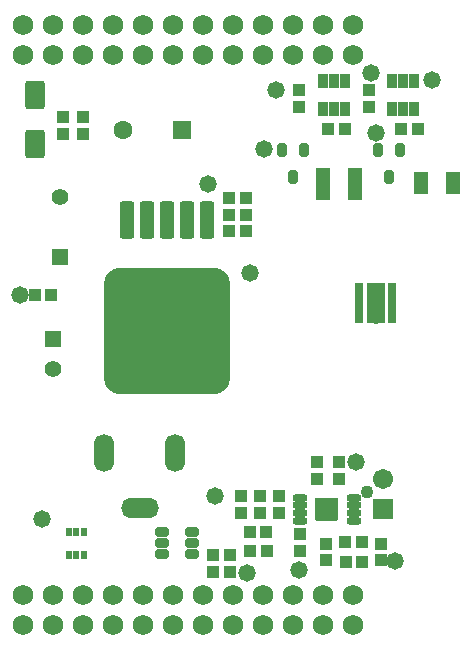
<source format=gts>
G04*
G04 #@! TF.GenerationSoftware,Altium Limited,Altium Designer,19.1.9 (167)*
G04*
G04 Layer_Color=8388736*
%FSLAX44Y44*%
%MOMM*%
G71*
G01*
G75*
%ADD37R,0.6032X0.7032*%
%ADD38R,1.3032X1.9032*%
%ADD39R,1.3032X2.8032*%
G04:AMPARAMS|DCode=40|XSize=0.8032mm|YSize=1.2032mm|CornerRadius=0.1766mm|HoleSize=0mm|Usage=FLASHONLY|Rotation=180.000|XOffset=0mm|YOffset=0mm|HoleType=Round|Shape=RoundedRectangle|*
%AMROUNDEDRECTD40*
21,1,0.8032,0.8500,0,0,180.0*
21,1,0.4500,1.2032,0,0,180.0*
1,1,0.3532,-0.2250,0.4250*
1,1,0.3532,0.2250,0.4250*
1,1,0.3532,0.2250,-0.4250*
1,1,0.3532,-0.2250,-0.4250*
%
%ADD40ROUNDEDRECTD40*%
%ADD41R,1.1032X1.0032*%
%ADD42R,1.0032X1.1032*%
%ADD43R,0.8532X1.3032*%
%ADD44R,0.7032X3.5032*%
%ADD45R,1.5032X3.5032*%
G04:AMPARAMS|DCode=46|XSize=0.8032mm|YSize=1.2032mm|CornerRadius=0.1766mm|HoleSize=0mm|Usage=FLASHONLY|Rotation=270.000|XOffset=0mm|YOffset=0mm|HoleType=Round|Shape=RoundedRectangle|*
%AMROUNDEDRECTD46*
21,1,0.8032,0.8500,0,0,270.0*
21,1,0.4500,1.2032,0,0,270.0*
1,1,0.3532,-0.4250,-0.2250*
1,1,0.3532,-0.4250,0.2250*
1,1,0.3532,0.4250,0.2250*
1,1,0.3532,0.4250,-0.2250*
%
%ADD46ROUNDEDRECTD46*%
G04:AMPARAMS|DCode=47|XSize=2.4032mm|YSize=1.7032mm|CornerRadius=0.2891mm|HoleSize=0mm|Usage=FLASHONLY|Rotation=90.000|XOffset=0mm|YOffset=0mm|HoleType=Round|Shape=RoundedRectangle|*
%AMROUNDEDRECTD47*
21,1,2.4032,1.1250,0,0,90.0*
21,1,1.8250,1.7032,0,0,90.0*
1,1,0.5782,0.5625,0.9125*
1,1,0.5782,0.5625,-0.9125*
1,1,0.5782,-0.5625,-0.9125*
1,1,0.5782,-0.5625,0.9125*
%
%ADD47ROUNDEDRECTD47*%
G04:AMPARAMS|DCode=48|XSize=10.7032mm|YSize=10.7032mm|CornerRadius=1.4141mm|HoleSize=0mm|Usage=FLASHONLY|Rotation=90.000|XOffset=0mm|YOffset=0mm|HoleType=Round|Shape=RoundedRectangle|*
%AMROUNDEDRECTD48*
21,1,10.7032,7.8750,0,0,90.0*
21,1,7.8750,10.7032,0,0,90.0*
1,1,2.8282,3.9375,3.9375*
1,1,2.8282,3.9375,-3.9375*
1,1,2.8282,-3.9375,-3.9375*
1,1,2.8282,-3.9375,3.9375*
%
%ADD48ROUNDEDRECTD48*%
G04:AMPARAMS|DCode=49|XSize=3.1532mm|YSize=1.2532mm|CornerRadius=0.2329mm|HoleSize=0mm|Usage=FLASHONLY|Rotation=90.000|XOffset=0mm|YOffset=0mm|HoleType=Round|Shape=RoundedRectangle|*
%AMROUNDEDRECTD49*
21,1,3.1532,0.7875,0,0,90.0*
21,1,2.6875,1.2532,0,0,90.0*
1,1,0.4657,0.3938,1.3438*
1,1,0.4657,0.3938,-1.3438*
1,1,0.4657,-0.3938,-1.3438*
1,1,0.4657,-0.3938,1.3438*
%
%ADD49ROUNDEDRECTD49*%
G04:AMPARAMS|DCode=50|XSize=0.6132mm|YSize=1.2232mm|CornerRadius=0.2041mm|HoleSize=0mm|Usage=FLASHONLY|Rotation=90.000|XOffset=0mm|YOffset=0mm|HoleType=Round|Shape=RoundedRectangle|*
%AMROUNDEDRECTD50*
21,1,0.6132,0.8150,0,0,90.0*
21,1,0.2050,1.2232,0,0,90.0*
1,1,0.4082,0.4075,0.1025*
1,1,0.4082,0.4075,-0.1025*
1,1,0.4082,-0.4075,-0.1025*
1,1,0.4082,-0.4075,0.1025*
%
%ADD50ROUNDEDRECTD50*%
%ADD51C,1.7272*%
%ADD52R,1.4092X1.4092*%
%ADD53C,1.4092*%
%ADD54C,1.6032*%
%ADD55R,1.6032X1.6032*%
%ADD56O,1.7032X3.2032*%
%ADD57O,3.2032X1.7032*%
%ADD58C,1.7032*%
%ADD59R,1.7032X1.7032*%
%ADD60C,1.4732*%
%ADD61C,1.1032*%
%ADD62C,1.2032*%
G36*
X279386Y126067D02*
X279519Y126058D01*
X279649Y126032D01*
X279776Y125990D01*
X279895Y125931D01*
X280006Y125857D01*
X280106Y125769D01*
X280194Y125669D01*
X280268Y125558D01*
X280327Y125438D01*
X280369Y125312D01*
X280395Y125182D01*
X280404Y125049D01*
X280404Y107572D01*
X280395Y107439D01*
X280369Y107308D01*
X280327Y107182D01*
X280268Y107063D01*
X280194Y106952D01*
X280106Y106852D01*
X280006Y106764D01*
X279895Y106690D01*
X279776Y106631D01*
X279650Y106588D01*
X279519Y106562D01*
X279386Y106554D01*
X261909Y106554D01*
X261776Y106562D01*
X261646Y106588D01*
X261519Y106631D01*
X261400Y106690D01*
X261289Y106764D01*
X261189Y106852D01*
X261101Y106952D01*
X261027Y107063D01*
X260968Y107182D01*
X260926Y107308D01*
X260900Y107439D01*
X260891Y107572D01*
X260891Y125049D01*
X260900Y125182D01*
X260926Y125312D01*
X260968Y125438D01*
X261027Y125558D01*
X261101Y125669D01*
X261189Y125769D01*
X261289Y125857D01*
X261400Y125931D01*
X261519Y125990D01*
X261646Y126032D01*
X261776Y126058D01*
X261909Y126067D01*
X279386Y126067D01*
D02*
G37*
D37*
X52391Y77625D02*
D03*
X58892D02*
D03*
X65392D02*
D03*
Y96625D02*
D03*
X58892D02*
D03*
X52391D02*
D03*
D38*
X350769Y392187D02*
D03*
X377769D02*
D03*
D39*
X294957Y391238D02*
D03*
X267957D02*
D03*
D40*
X323538Y397354D02*
D03*
X314038Y420353D02*
D03*
X333038D02*
D03*
X242184Y397354D02*
D03*
X232684Y420353D02*
D03*
X251683D02*
D03*
D41*
X247724Y456870D02*
D03*
Y470871D02*
D03*
X306797Y456870D02*
D03*
Y470871D02*
D03*
X230490Y113344D02*
D03*
Y127344D02*
D03*
X316601Y72834D02*
D03*
Y86834D02*
D03*
X64147Y448067D02*
D03*
Y434067D02*
D03*
X47340D02*
D03*
Y448067D02*
D03*
X198400Y127344D02*
D03*
Y113344D02*
D03*
X270597Y86834D02*
D03*
Y72834D02*
D03*
X247858Y95085D02*
D03*
Y81085D02*
D03*
X214444Y113344D02*
D03*
Y127344D02*
D03*
X262666Y155734D02*
D03*
Y141734D02*
D03*
X281056Y141888D02*
D03*
Y155888D02*
D03*
D42*
X286165Y438024D02*
D03*
X272165D02*
D03*
X347774D02*
D03*
X333774D02*
D03*
X219882Y80560D02*
D03*
X205882D02*
D03*
X286718Y71574D02*
D03*
X300718D02*
D03*
X286682Y88598D02*
D03*
X300683D02*
D03*
X202252Y351354D02*
D03*
X188253D02*
D03*
X202252Y379658D02*
D03*
X188253D02*
D03*
X202252Y365506D02*
D03*
X188253D02*
D03*
X37476Y297238D02*
D03*
X23475D02*
D03*
X219777Y96575D02*
D03*
X205777D02*
D03*
X188521Y77251D02*
D03*
X174521D02*
D03*
X188521Y62939D02*
D03*
X174521D02*
D03*
D43*
X325747Y455072D02*
D03*
X335247D02*
D03*
X344747D02*
D03*
Y479072D02*
D03*
X335247D02*
D03*
X325747D02*
D03*
X267600Y455072D02*
D03*
X277101D02*
D03*
X286600D02*
D03*
Y479072D02*
D03*
X277101D02*
D03*
X267600D02*
D03*
D44*
X298395Y290402D02*
D03*
X326394D02*
D03*
D45*
X312394D02*
D03*
D46*
X131014Y87596D02*
D03*
Y97095D02*
D03*
X157014Y78095D02*
D03*
Y87596D02*
D03*
Y97095D02*
D03*
X131014Y78095D02*
D03*
D47*
X23605Y467100D02*
D03*
Y425099D02*
D03*
D48*
X135500Y267321D02*
D03*
D49*
X101400Y361321D02*
D03*
X169600D02*
D03*
X152550D02*
D03*
X135500D02*
D03*
X118450D02*
D03*
D50*
X247907Y106357D02*
D03*
Y112856D02*
D03*
Y119357D02*
D03*
Y125857D02*
D03*
X293907D02*
D03*
Y119357D02*
D03*
Y112856D02*
D03*
Y106357D02*
D03*
D51*
X38640Y43280D02*
D03*
X292640D02*
D03*
X267240D02*
D03*
X241840D02*
D03*
X216440D02*
D03*
X191040D02*
D03*
X165640D02*
D03*
X140240D02*
D03*
X114840D02*
D03*
X89440D02*
D03*
X64040D02*
D03*
X13240D02*
D03*
X292640Y17880D02*
D03*
X267240D02*
D03*
X241840D02*
D03*
X216440D02*
D03*
X191040D02*
D03*
X165640D02*
D03*
X140240D02*
D03*
X114840D02*
D03*
X89440D02*
D03*
X64040D02*
D03*
X38640D02*
D03*
X13240D02*
D03*
X292640Y525880D02*
D03*
X267240D02*
D03*
X241840D02*
D03*
X216440D02*
D03*
X191040D02*
D03*
X165640D02*
D03*
X140240D02*
D03*
X114840D02*
D03*
X89440D02*
D03*
X64040D02*
D03*
X38640D02*
D03*
X13240D02*
D03*
X292640Y500480D02*
D03*
X267240D02*
D03*
X241840D02*
D03*
X216440D02*
D03*
X191040D02*
D03*
X165640D02*
D03*
X140240D02*
D03*
X114840D02*
D03*
X89440D02*
D03*
X64040D02*
D03*
X38640D02*
D03*
X13240D02*
D03*
D52*
X38757Y259871D02*
D03*
X44809Y329426D02*
D03*
D53*
X38757Y234870D02*
D03*
X44809Y380227D02*
D03*
D54*
X98003Y437211D02*
D03*
D55*
X148003D02*
D03*
D56*
X82315Y163844D02*
D03*
X142315D02*
D03*
D57*
X112315Y116844D02*
D03*
D58*
X318729Y141488D02*
D03*
D59*
Y116088D02*
D03*
D60*
X29834Y107833D02*
D03*
X227581Y471302D02*
D03*
X308376Y485814D02*
D03*
X359952Y479734D02*
D03*
X312102Y434630D02*
D03*
X217384Y421491D02*
D03*
X170132Y391752D02*
D03*
X11061Y297355D02*
D03*
X205724Y315939D02*
D03*
X135500Y267321D02*
D03*
X176418Y127293D02*
D03*
X203513Y61870D02*
D03*
X247446Y64688D02*
D03*
X270592Y116265D02*
D03*
X295629Y156184D02*
D03*
X328635Y72452D02*
D03*
D61*
X304989Y131018D02*
D03*
D62*
X312440Y279097D02*
D03*
X312394Y290636D02*
D03*
Y302086D02*
D03*
M02*

</source>
